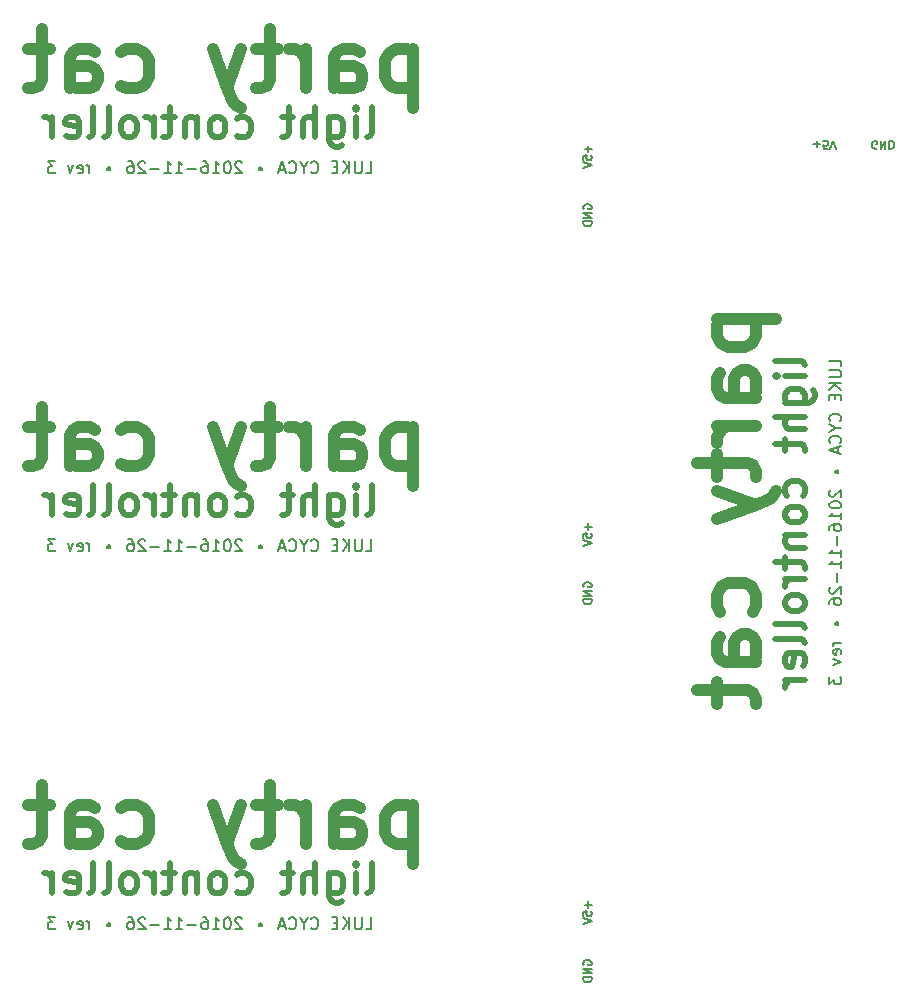
<source format=gbo>
G04 #@! TF.FileFunction,Legend,Bot*
%FSLAX46Y46*%
G04 Gerber Fmt 4.6, Leading zero omitted, Abs format (unit mm)*
G04 Created by KiCad (PCBNEW 4.0.2-stable) date Saturday, November 26, 2016 'pmt' 01:20:35 pm*
%MOMM*%
G01*
G04 APERTURE LIST*
%ADD10C,0.100000*%
%ADD11C,0.150000*%
%ADD12C,1.000000*%
%ADD13C,0.500000*%
%ADD14C,0.200000*%
G04 APERTURE END LIST*
D10*
D11*
X158966667Y-51850000D02*
X158900001Y-51883333D01*
X158800001Y-51883333D01*
X158700001Y-51850000D01*
X158633334Y-51783333D01*
X158600001Y-51716667D01*
X158566667Y-51583333D01*
X158566667Y-51483333D01*
X158600001Y-51350000D01*
X158633334Y-51283333D01*
X158700001Y-51216667D01*
X158800001Y-51183333D01*
X158866667Y-51183333D01*
X158966667Y-51216667D01*
X159000001Y-51250000D01*
X159000001Y-51483333D01*
X158866667Y-51483333D01*
X159300001Y-51183333D02*
X159300001Y-51883333D01*
X159700001Y-51183333D01*
X159700001Y-51883333D01*
X160033334Y-51183333D02*
X160033334Y-51883333D01*
X160200000Y-51883333D01*
X160300000Y-51850000D01*
X160366667Y-51783333D01*
X160400000Y-51716667D01*
X160433334Y-51583333D01*
X160433334Y-51483333D01*
X160400000Y-51350000D01*
X160366667Y-51283333D01*
X160300000Y-51216667D01*
X160200000Y-51183333D01*
X160033334Y-51183333D01*
X153600000Y-51450000D02*
X154133333Y-51450000D01*
X153866666Y-51183333D02*
X153866666Y-51716667D01*
X154800000Y-51883333D02*
X154466667Y-51883333D01*
X154433333Y-51550000D01*
X154466667Y-51583333D01*
X154533333Y-51616667D01*
X154700000Y-51616667D01*
X154766667Y-51583333D01*
X154800000Y-51550000D01*
X154833333Y-51483333D01*
X154833333Y-51316667D01*
X154800000Y-51250000D01*
X154766667Y-51216667D01*
X154700000Y-51183333D01*
X154533333Y-51183333D01*
X154466667Y-51216667D01*
X154433333Y-51250000D01*
X155033334Y-51883333D02*
X155266667Y-51183333D01*
X155500000Y-51883333D01*
D12*
X145428571Y-66297618D02*
X150428571Y-66297618D01*
X145666667Y-66297618D02*
X145428571Y-66773809D01*
X145428571Y-67726190D01*
X145666667Y-68202380D01*
X145904762Y-68440475D01*
X146380952Y-68678571D01*
X147809524Y-68678571D01*
X148285714Y-68440475D01*
X148523810Y-68202380D01*
X148761905Y-67726190D01*
X148761905Y-66773809D01*
X148523810Y-66297618D01*
X148761905Y-72964285D02*
X146142857Y-72964285D01*
X145666667Y-72726190D01*
X145428571Y-72250000D01*
X145428571Y-71297619D01*
X145666667Y-70821428D01*
X148523810Y-72964285D02*
X148761905Y-72488095D01*
X148761905Y-71297619D01*
X148523810Y-70821428D01*
X148047619Y-70583333D01*
X147571429Y-70583333D01*
X147095238Y-70821428D01*
X146857143Y-71297619D01*
X146857143Y-72488095D01*
X146619048Y-72964285D01*
X148761905Y-75345238D02*
X145428571Y-75345238D01*
X146380952Y-75345238D02*
X145904762Y-75583333D01*
X145666667Y-75821429D01*
X145428571Y-76297619D01*
X145428571Y-76773810D01*
X145428571Y-77726190D02*
X145428571Y-79630952D01*
X143761905Y-78440476D02*
X148047619Y-78440476D01*
X148523810Y-78678571D01*
X148761905Y-79154762D01*
X148761905Y-79630952D01*
X145428571Y-80821429D02*
X148761905Y-82011905D01*
X145428571Y-83202381D02*
X148761905Y-82011905D01*
X149952381Y-81535714D01*
X150190476Y-81297619D01*
X150428571Y-80821429D01*
X148523810Y-91059524D02*
X148761905Y-90583334D01*
X148761905Y-89630953D01*
X148523810Y-89154762D01*
X148285714Y-88916667D01*
X147809524Y-88678572D01*
X146380952Y-88678572D01*
X145904762Y-88916667D01*
X145666667Y-89154762D01*
X145428571Y-89630953D01*
X145428571Y-90583334D01*
X145666667Y-91059524D01*
X148761905Y-95345238D02*
X146142857Y-95345238D01*
X145666667Y-95107143D01*
X145428571Y-94630953D01*
X145428571Y-93678572D01*
X145666667Y-93202381D01*
X148523810Y-95345238D02*
X148761905Y-94869048D01*
X148761905Y-93678572D01*
X148523810Y-93202381D01*
X148047619Y-92964286D01*
X147571429Y-92964286D01*
X147095238Y-93202381D01*
X146857143Y-93678572D01*
X146857143Y-94869048D01*
X146619048Y-95345238D01*
X145428571Y-97011905D02*
X145428571Y-98916667D01*
X143761905Y-97726191D02*
X148047619Y-97726191D01*
X148523810Y-97964286D01*
X148761905Y-98440477D01*
X148761905Y-98916667D01*
D13*
X152880952Y-70166667D02*
X152761905Y-69928572D01*
X152523810Y-69809524D01*
X150380952Y-69809524D01*
X152880952Y-71119048D02*
X151214286Y-71119048D01*
X150380952Y-71119048D02*
X150500000Y-71000000D01*
X150619048Y-71119048D01*
X150500000Y-71238096D01*
X150380952Y-71119048D01*
X150619048Y-71119048D01*
X151214286Y-73380953D02*
X153238095Y-73380953D01*
X153476190Y-73261905D01*
X153595238Y-73142857D01*
X153714286Y-72904762D01*
X153714286Y-72547619D01*
X153595238Y-72309524D01*
X152761905Y-73380953D02*
X152880952Y-73142857D01*
X152880952Y-72666667D01*
X152761905Y-72428572D01*
X152642857Y-72309524D01*
X152404762Y-72190476D01*
X151690476Y-72190476D01*
X151452381Y-72309524D01*
X151333333Y-72428572D01*
X151214286Y-72666667D01*
X151214286Y-73142857D01*
X151333333Y-73380953D01*
X152880952Y-74571429D02*
X150380952Y-74571429D01*
X152880952Y-75642858D02*
X151571429Y-75642858D01*
X151333333Y-75523810D01*
X151214286Y-75285715D01*
X151214286Y-74928572D01*
X151333333Y-74690477D01*
X151452381Y-74571429D01*
X151214286Y-76476191D02*
X151214286Y-77428572D01*
X150380952Y-76833334D02*
X152523810Y-76833334D01*
X152761905Y-76952382D01*
X152880952Y-77190477D01*
X152880952Y-77428572D01*
X152761905Y-81238096D02*
X152880952Y-81000000D01*
X152880952Y-80523810D01*
X152761905Y-80285715D01*
X152642857Y-80166667D01*
X152404762Y-80047619D01*
X151690476Y-80047619D01*
X151452381Y-80166667D01*
X151333333Y-80285715D01*
X151214286Y-80523810D01*
X151214286Y-81000000D01*
X151333333Y-81238096D01*
X152880952Y-82666667D02*
X152761905Y-82428572D01*
X152642857Y-82309524D01*
X152404762Y-82190476D01*
X151690476Y-82190476D01*
X151452381Y-82309524D01*
X151333333Y-82428572D01*
X151214286Y-82666667D01*
X151214286Y-83023810D01*
X151333333Y-83261905D01*
X151452381Y-83380953D01*
X151690476Y-83500000D01*
X152404762Y-83500000D01*
X152642857Y-83380953D01*
X152761905Y-83261905D01*
X152880952Y-83023810D01*
X152880952Y-82666667D01*
X151214286Y-84571429D02*
X152880952Y-84571429D01*
X151452381Y-84571429D02*
X151333333Y-84690477D01*
X151214286Y-84928572D01*
X151214286Y-85285715D01*
X151333333Y-85523810D01*
X151571429Y-85642858D01*
X152880952Y-85642858D01*
X151214286Y-86476191D02*
X151214286Y-87428572D01*
X150380952Y-86833334D02*
X152523810Y-86833334D01*
X152761905Y-86952382D01*
X152880952Y-87190477D01*
X152880952Y-87428572D01*
X152880952Y-88261905D02*
X151214286Y-88261905D01*
X151690476Y-88261905D02*
X151452381Y-88380953D01*
X151333333Y-88500000D01*
X151214286Y-88738096D01*
X151214286Y-88976191D01*
X152880952Y-90166667D02*
X152761905Y-89928572D01*
X152642857Y-89809524D01*
X152404762Y-89690476D01*
X151690476Y-89690476D01*
X151452381Y-89809524D01*
X151333333Y-89928572D01*
X151214286Y-90166667D01*
X151214286Y-90523810D01*
X151333333Y-90761905D01*
X151452381Y-90880953D01*
X151690476Y-91000000D01*
X152404762Y-91000000D01*
X152642857Y-90880953D01*
X152761905Y-90761905D01*
X152880952Y-90523810D01*
X152880952Y-90166667D01*
X152880952Y-92428572D02*
X152761905Y-92190477D01*
X152523810Y-92071429D01*
X150380952Y-92071429D01*
X152880952Y-93738096D02*
X152761905Y-93500001D01*
X152523810Y-93380953D01*
X150380952Y-93380953D01*
X152761905Y-95642858D02*
X152880952Y-95404763D01*
X152880952Y-94928572D01*
X152761905Y-94690477D01*
X152523810Y-94571429D01*
X151571429Y-94571429D01*
X151333333Y-94690477D01*
X151214286Y-94928572D01*
X151214286Y-95404763D01*
X151333333Y-95642858D01*
X151571429Y-95761906D01*
X151809524Y-95761906D01*
X152047619Y-94571429D01*
X152880952Y-96833334D02*
X151214286Y-96833334D01*
X151690476Y-96833334D02*
X151452381Y-96952382D01*
X151333333Y-97071429D01*
X151214286Y-97309525D01*
X151214286Y-97547620D01*
D14*
X155952381Y-70309523D02*
X155952381Y-69833332D01*
X154952381Y-69833332D01*
X154952381Y-70642856D02*
X155761905Y-70642856D01*
X155857143Y-70690475D01*
X155904762Y-70738094D01*
X155952381Y-70833332D01*
X155952381Y-71023809D01*
X155904762Y-71119047D01*
X155857143Y-71166666D01*
X155761905Y-71214285D01*
X154952381Y-71214285D01*
X155952381Y-71690475D02*
X154952381Y-71690475D01*
X155952381Y-72261904D02*
X155380952Y-71833332D01*
X154952381Y-72261904D02*
X155523810Y-71690475D01*
X155428571Y-72690475D02*
X155428571Y-73023809D01*
X155952381Y-73166666D02*
X155952381Y-72690475D01*
X154952381Y-72690475D01*
X154952381Y-73166666D01*
X155857143Y-74928571D02*
X155904762Y-74880952D01*
X155952381Y-74738095D01*
X155952381Y-74642857D01*
X155904762Y-74499999D01*
X155809524Y-74404761D01*
X155714286Y-74357142D01*
X155523810Y-74309523D01*
X155380952Y-74309523D01*
X155190476Y-74357142D01*
X155095238Y-74404761D01*
X155000000Y-74499999D01*
X154952381Y-74642857D01*
X154952381Y-74738095D01*
X155000000Y-74880952D01*
X155047619Y-74928571D01*
X155476190Y-75547618D02*
X155952381Y-75547618D01*
X154952381Y-75214285D02*
X155476190Y-75547618D01*
X154952381Y-75880952D01*
X155857143Y-76785714D02*
X155904762Y-76738095D01*
X155952381Y-76595238D01*
X155952381Y-76500000D01*
X155904762Y-76357142D01*
X155809524Y-76261904D01*
X155714286Y-76214285D01*
X155523810Y-76166666D01*
X155380952Y-76166666D01*
X155190476Y-76214285D01*
X155095238Y-76261904D01*
X155000000Y-76357142D01*
X154952381Y-76500000D01*
X154952381Y-76595238D01*
X155000000Y-76738095D01*
X155047619Y-76785714D01*
X155666667Y-77166666D02*
X155666667Y-77642857D01*
X155952381Y-77071428D02*
X154952381Y-77404761D01*
X155952381Y-77738095D01*
X155476190Y-79119048D02*
X155666667Y-79119048D01*
X155666667Y-79166667D02*
X155476190Y-79166667D01*
X155428571Y-79214286D02*
X155714286Y-79214286D01*
X155666667Y-79261905D02*
X155476190Y-79261905D01*
X155476190Y-79309524D02*
X155666667Y-79309524D01*
X155619048Y-79119048D02*
X155714286Y-79214286D01*
X155619048Y-79309524D01*
X155523810Y-79119048D02*
X155428571Y-79214286D01*
X155523810Y-79309524D01*
X155476190Y-79119048D02*
X155428571Y-79214286D01*
X155476190Y-79309524D01*
X155571429Y-79357143D01*
X155666667Y-79309524D01*
X155714286Y-79214286D01*
X155666667Y-79119048D01*
X155571429Y-79071428D01*
X155476190Y-79119048D01*
X155047619Y-80785714D02*
X155000000Y-80833333D01*
X154952381Y-80928571D01*
X154952381Y-81166667D01*
X155000000Y-81261905D01*
X155047619Y-81309524D01*
X155142857Y-81357143D01*
X155238095Y-81357143D01*
X155380952Y-81309524D01*
X155952381Y-80738095D01*
X155952381Y-81357143D01*
X154952381Y-81976190D02*
X154952381Y-82071429D01*
X155000000Y-82166667D01*
X155047619Y-82214286D01*
X155142857Y-82261905D01*
X155333333Y-82309524D01*
X155571429Y-82309524D01*
X155761905Y-82261905D01*
X155857143Y-82214286D01*
X155904762Y-82166667D01*
X155952381Y-82071429D01*
X155952381Y-81976190D01*
X155904762Y-81880952D01*
X155857143Y-81833333D01*
X155761905Y-81785714D01*
X155571429Y-81738095D01*
X155333333Y-81738095D01*
X155142857Y-81785714D01*
X155047619Y-81833333D01*
X155000000Y-81880952D01*
X154952381Y-81976190D01*
X155952381Y-83261905D02*
X155952381Y-82690476D01*
X155952381Y-82976190D02*
X154952381Y-82976190D01*
X155095238Y-82880952D01*
X155190476Y-82785714D01*
X155238095Y-82690476D01*
X154952381Y-84119048D02*
X154952381Y-83928571D01*
X155000000Y-83833333D01*
X155047619Y-83785714D01*
X155190476Y-83690476D01*
X155380952Y-83642857D01*
X155761905Y-83642857D01*
X155857143Y-83690476D01*
X155904762Y-83738095D01*
X155952381Y-83833333D01*
X155952381Y-84023810D01*
X155904762Y-84119048D01*
X155857143Y-84166667D01*
X155761905Y-84214286D01*
X155523810Y-84214286D01*
X155428571Y-84166667D01*
X155380952Y-84119048D01*
X155333333Y-84023810D01*
X155333333Y-83833333D01*
X155380952Y-83738095D01*
X155428571Y-83690476D01*
X155523810Y-83642857D01*
X155571429Y-84642857D02*
X155571429Y-85404762D01*
X155952381Y-86404762D02*
X155952381Y-85833333D01*
X155952381Y-86119047D02*
X154952381Y-86119047D01*
X155095238Y-86023809D01*
X155190476Y-85928571D01*
X155238095Y-85833333D01*
X155952381Y-87357143D02*
X155952381Y-86785714D01*
X155952381Y-87071428D02*
X154952381Y-87071428D01*
X155095238Y-86976190D01*
X155190476Y-86880952D01*
X155238095Y-86785714D01*
X155571429Y-87785714D02*
X155571429Y-88547619D01*
X155047619Y-88976190D02*
X155000000Y-89023809D01*
X154952381Y-89119047D01*
X154952381Y-89357143D01*
X155000000Y-89452381D01*
X155047619Y-89500000D01*
X155142857Y-89547619D01*
X155238095Y-89547619D01*
X155380952Y-89500000D01*
X155952381Y-88928571D01*
X155952381Y-89547619D01*
X154952381Y-90404762D02*
X154952381Y-90214285D01*
X155000000Y-90119047D01*
X155047619Y-90071428D01*
X155190476Y-89976190D01*
X155380952Y-89928571D01*
X155761905Y-89928571D01*
X155857143Y-89976190D01*
X155904762Y-90023809D01*
X155952381Y-90119047D01*
X155952381Y-90309524D01*
X155904762Y-90404762D01*
X155857143Y-90452381D01*
X155761905Y-90500000D01*
X155523810Y-90500000D01*
X155428571Y-90452381D01*
X155380952Y-90404762D01*
X155333333Y-90309524D01*
X155333333Y-90119047D01*
X155380952Y-90023809D01*
X155428571Y-89976190D01*
X155523810Y-89928571D01*
X155476190Y-91976191D02*
X155666667Y-91976191D01*
X155666667Y-92023810D02*
X155476190Y-92023810D01*
X155428571Y-92071429D02*
X155714286Y-92071429D01*
X155666667Y-92119048D02*
X155476190Y-92119048D01*
X155476190Y-92166667D02*
X155666667Y-92166667D01*
X155619048Y-91976191D02*
X155714286Y-92071429D01*
X155619048Y-92166667D01*
X155523810Y-91976191D02*
X155428571Y-92071429D01*
X155523810Y-92166667D01*
X155476190Y-91976191D02*
X155428571Y-92071429D01*
X155476190Y-92166667D01*
X155571429Y-92214286D01*
X155666667Y-92166667D01*
X155714286Y-92071429D01*
X155666667Y-91976191D01*
X155571429Y-91928571D01*
X155476190Y-91976191D01*
X155952381Y-93690476D02*
X155285714Y-93690476D01*
X155476190Y-93690476D02*
X155380952Y-93738095D01*
X155333333Y-93785714D01*
X155285714Y-93880952D01*
X155285714Y-93976191D01*
X155904762Y-94690477D02*
X155952381Y-94595239D01*
X155952381Y-94404762D01*
X155904762Y-94309524D01*
X155809524Y-94261905D01*
X155428571Y-94261905D01*
X155333333Y-94309524D01*
X155285714Y-94404762D01*
X155285714Y-94595239D01*
X155333333Y-94690477D01*
X155428571Y-94738096D01*
X155523810Y-94738096D01*
X155619048Y-94261905D01*
X155285714Y-95071429D02*
X155952381Y-95309524D01*
X155285714Y-95547620D01*
X154952381Y-96595239D02*
X154952381Y-97214287D01*
X155333333Y-96880953D01*
X155333333Y-97023811D01*
X155380952Y-97119049D01*
X155428571Y-97166668D01*
X155523810Y-97214287D01*
X155761905Y-97214287D01*
X155857143Y-97166668D01*
X155904762Y-97119049D01*
X155952381Y-97023811D01*
X155952381Y-96738096D01*
X155904762Y-96642858D01*
X155857143Y-96595239D01*
X115690477Y-117952381D02*
X116166668Y-117952381D01*
X116166668Y-116952381D01*
X115357144Y-116952381D02*
X115357144Y-117761905D01*
X115309525Y-117857143D01*
X115261906Y-117904762D01*
X115166668Y-117952381D01*
X114976191Y-117952381D01*
X114880953Y-117904762D01*
X114833334Y-117857143D01*
X114785715Y-117761905D01*
X114785715Y-116952381D01*
X114309525Y-117952381D02*
X114309525Y-116952381D01*
X113738096Y-117952381D02*
X114166668Y-117380952D01*
X113738096Y-116952381D02*
X114309525Y-117523810D01*
X113309525Y-117428571D02*
X112976191Y-117428571D01*
X112833334Y-117952381D02*
X113309525Y-117952381D01*
X113309525Y-116952381D01*
X112833334Y-116952381D01*
X111071429Y-117857143D02*
X111119048Y-117904762D01*
X111261905Y-117952381D01*
X111357143Y-117952381D01*
X111500001Y-117904762D01*
X111595239Y-117809524D01*
X111642858Y-117714286D01*
X111690477Y-117523810D01*
X111690477Y-117380952D01*
X111642858Y-117190476D01*
X111595239Y-117095238D01*
X111500001Y-117000000D01*
X111357143Y-116952381D01*
X111261905Y-116952381D01*
X111119048Y-117000000D01*
X111071429Y-117047619D01*
X110452382Y-117476190D02*
X110452382Y-117952381D01*
X110785715Y-116952381D02*
X110452382Y-117476190D01*
X110119048Y-116952381D01*
X109214286Y-117857143D02*
X109261905Y-117904762D01*
X109404762Y-117952381D01*
X109500000Y-117952381D01*
X109642858Y-117904762D01*
X109738096Y-117809524D01*
X109785715Y-117714286D01*
X109833334Y-117523810D01*
X109833334Y-117380952D01*
X109785715Y-117190476D01*
X109738096Y-117095238D01*
X109642858Y-117000000D01*
X109500000Y-116952381D01*
X109404762Y-116952381D01*
X109261905Y-117000000D01*
X109214286Y-117047619D01*
X108833334Y-117666667D02*
X108357143Y-117666667D01*
X108928572Y-117952381D02*
X108595239Y-116952381D01*
X108261905Y-117952381D01*
X106880952Y-117476190D02*
X106880952Y-117666667D01*
X106833333Y-117666667D02*
X106833333Y-117476190D01*
X106785714Y-117428571D02*
X106785714Y-117714286D01*
X106738095Y-117666667D02*
X106738095Y-117476190D01*
X106690476Y-117476190D02*
X106690476Y-117666667D01*
X106880952Y-117619048D02*
X106785714Y-117714286D01*
X106690476Y-117619048D01*
X106880952Y-117523810D02*
X106785714Y-117428571D01*
X106690476Y-117523810D01*
X106880952Y-117476190D02*
X106785714Y-117428571D01*
X106690476Y-117476190D01*
X106642857Y-117571429D01*
X106690476Y-117666667D01*
X106785714Y-117714286D01*
X106880952Y-117666667D01*
X106928572Y-117571429D01*
X106880952Y-117476190D01*
X105214286Y-117047619D02*
X105166667Y-117000000D01*
X105071429Y-116952381D01*
X104833333Y-116952381D01*
X104738095Y-117000000D01*
X104690476Y-117047619D01*
X104642857Y-117142857D01*
X104642857Y-117238095D01*
X104690476Y-117380952D01*
X105261905Y-117952381D01*
X104642857Y-117952381D01*
X104023810Y-116952381D02*
X103928571Y-116952381D01*
X103833333Y-117000000D01*
X103785714Y-117047619D01*
X103738095Y-117142857D01*
X103690476Y-117333333D01*
X103690476Y-117571429D01*
X103738095Y-117761905D01*
X103785714Y-117857143D01*
X103833333Y-117904762D01*
X103928571Y-117952381D01*
X104023810Y-117952381D01*
X104119048Y-117904762D01*
X104166667Y-117857143D01*
X104214286Y-117761905D01*
X104261905Y-117571429D01*
X104261905Y-117333333D01*
X104214286Y-117142857D01*
X104166667Y-117047619D01*
X104119048Y-117000000D01*
X104023810Y-116952381D01*
X102738095Y-117952381D02*
X103309524Y-117952381D01*
X103023810Y-117952381D02*
X103023810Y-116952381D01*
X103119048Y-117095238D01*
X103214286Y-117190476D01*
X103309524Y-117238095D01*
X101880952Y-116952381D02*
X102071429Y-116952381D01*
X102166667Y-117000000D01*
X102214286Y-117047619D01*
X102309524Y-117190476D01*
X102357143Y-117380952D01*
X102357143Y-117761905D01*
X102309524Y-117857143D01*
X102261905Y-117904762D01*
X102166667Y-117952381D01*
X101976190Y-117952381D01*
X101880952Y-117904762D01*
X101833333Y-117857143D01*
X101785714Y-117761905D01*
X101785714Y-117523810D01*
X101833333Y-117428571D01*
X101880952Y-117380952D01*
X101976190Y-117333333D01*
X102166667Y-117333333D01*
X102261905Y-117380952D01*
X102309524Y-117428571D01*
X102357143Y-117523810D01*
X101357143Y-117571429D02*
X100595238Y-117571429D01*
X99595238Y-117952381D02*
X100166667Y-117952381D01*
X99880953Y-117952381D02*
X99880953Y-116952381D01*
X99976191Y-117095238D01*
X100071429Y-117190476D01*
X100166667Y-117238095D01*
X98642857Y-117952381D02*
X99214286Y-117952381D01*
X98928572Y-117952381D02*
X98928572Y-116952381D01*
X99023810Y-117095238D01*
X99119048Y-117190476D01*
X99214286Y-117238095D01*
X98214286Y-117571429D02*
X97452381Y-117571429D01*
X97023810Y-117047619D02*
X96976191Y-117000000D01*
X96880953Y-116952381D01*
X96642857Y-116952381D01*
X96547619Y-117000000D01*
X96500000Y-117047619D01*
X96452381Y-117142857D01*
X96452381Y-117238095D01*
X96500000Y-117380952D01*
X97071429Y-117952381D01*
X96452381Y-117952381D01*
X95595238Y-116952381D02*
X95785715Y-116952381D01*
X95880953Y-117000000D01*
X95928572Y-117047619D01*
X96023810Y-117190476D01*
X96071429Y-117380952D01*
X96071429Y-117761905D01*
X96023810Y-117857143D01*
X95976191Y-117904762D01*
X95880953Y-117952381D01*
X95690476Y-117952381D01*
X95595238Y-117904762D01*
X95547619Y-117857143D01*
X95500000Y-117761905D01*
X95500000Y-117523810D01*
X95547619Y-117428571D01*
X95595238Y-117380952D01*
X95690476Y-117333333D01*
X95880953Y-117333333D01*
X95976191Y-117380952D01*
X96023810Y-117428571D01*
X96071429Y-117523810D01*
X94023809Y-117476190D02*
X94023809Y-117666667D01*
X93976190Y-117666667D02*
X93976190Y-117476190D01*
X93928571Y-117428571D02*
X93928571Y-117714286D01*
X93880952Y-117666667D02*
X93880952Y-117476190D01*
X93833333Y-117476190D02*
X93833333Y-117666667D01*
X94023809Y-117619048D02*
X93928571Y-117714286D01*
X93833333Y-117619048D01*
X94023809Y-117523810D02*
X93928571Y-117428571D01*
X93833333Y-117523810D01*
X94023809Y-117476190D02*
X93928571Y-117428571D01*
X93833333Y-117476190D01*
X93785714Y-117571429D01*
X93833333Y-117666667D01*
X93928571Y-117714286D01*
X94023809Y-117666667D01*
X94071429Y-117571429D01*
X94023809Y-117476190D01*
X92309524Y-117952381D02*
X92309524Y-117285714D01*
X92309524Y-117476190D02*
X92261905Y-117380952D01*
X92214286Y-117333333D01*
X92119048Y-117285714D01*
X92023809Y-117285714D01*
X91309523Y-117904762D02*
X91404761Y-117952381D01*
X91595238Y-117952381D01*
X91690476Y-117904762D01*
X91738095Y-117809524D01*
X91738095Y-117428571D01*
X91690476Y-117333333D01*
X91595238Y-117285714D01*
X91404761Y-117285714D01*
X91309523Y-117333333D01*
X91261904Y-117428571D01*
X91261904Y-117523810D01*
X91738095Y-117619048D01*
X90928571Y-117285714D02*
X90690476Y-117952381D01*
X90452380Y-117285714D01*
X89404761Y-116952381D02*
X88785713Y-116952381D01*
X89119047Y-117333333D01*
X88976189Y-117333333D01*
X88880951Y-117380952D01*
X88833332Y-117428571D01*
X88785713Y-117523810D01*
X88785713Y-117761905D01*
X88833332Y-117857143D01*
X88880951Y-117904762D01*
X88976189Y-117952381D01*
X89261904Y-117952381D01*
X89357142Y-117904762D01*
X89404761Y-117857143D01*
D13*
X115833333Y-114880952D02*
X116071428Y-114761905D01*
X116190476Y-114523810D01*
X116190476Y-112380952D01*
X114880952Y-114880952D02*
X114880952Y-113214286D01*
X114880952Y-112380952D02*
X115000000Y-112500000D01*
X114880952Y-112619048D01*
X114761904Y-112500000D01*
X114880952Y-112380952D01*
X114880952Y-112619048D01*
X112619047Y-113214286D02*
X112619047Y-115238095D01*
X112738095Y-115476190D01*
X112857143Y-115595238D01*
X113095238Y-115714286D01*
X113452381Y-115714286D01*
X113690476Y-115595238D01*
X112619047Y-114761905D02*
X112857143Y-114880952D01*
X113333333Y-114880952D01*
X113571428Y-114761905D01*
X113690476Y-114642857D01*
X113809524Y-114404762D01*
X113809524Y-113690476D01*
X113690476Y-113452381D01*
X113571428Y-113333333D01*
X113333333Y-113214286D01*
X112857143Y-113214286D01*
X112619047Y-113333333D01*
X111428571Y-114880952D02*
X111428571Y-112380952D01*
X110357142Y-114880952D02*
X110357142Y-113571429D01*
X110476190Y-113333333D01*
X110714285Y-113214286D01*
X111071428Y-113214286D01*
X111309523Y-113333333D01*
X111428571Y-113452381D01*
X109523809Y-113214286D02*
X108571428Y-113214286D01*
X109166666Y-112380952D02*
X109166666Y-114523810D01*
X109047618Y-114761905D01*
X108809523Y-114880952D01*
X108571428Y-114880952D01*
X104761904Y-114761905D02*
X105000000Y-114880952D01*
X105476190Y-114880952D01*
X105714285Y-114761905D01*
X105833333Y-114642857D01*
X105952381Y-114404762D01*
X105952381Y-113690476D01*
X105833333Y-113452381D01*
X105714285Y-113333333D01*
X105476190Y-113214286D01*
X105000000Y-113214286D01*
X104761904Y-113333333D01*
X103333333Y-114880952D02*
X103571428Y-114761905D01*
X103690476Y-114642857D01*
X103809524Y-114404762D01*
X103809524Y-113690476D01*
X103690476Y-113452381D01*
X103571428Y-113333333D01*
X103333333Y-113214286D01*
X102976190Y-113214286D01*
X102738095Y-113333333D01*
X102619047Y-113452381D01*
X102500000Y-113690476D01*
X102500000Y-114404762D01*
X102619047Y-114642857D01*
X102738095Y-114761905D01*
X102976190Y-114880952D01*
X103333333Y-114880952D01*
X101428571Y-113214286D02*
X101428571Y-114880952D01*
X101428571Y-113452381D02*
X101309523Y-113333333D01*
X101071428Y-113214286D01*
X100714285Y-113214286D01*
X100476190Y-113333333D01*
X100357142Y-113571429D01*
X100357142Y-114880952D01*
X99523809Y-113214286D02*
X98571428Y-113214286D01*
X99166666Y-112380952D02*
X99166666Y-114523810D01*
X99047618Y-114761905D01*
X98809523Y-114880952D01*
X98571428Y-114880952D01*
X97738095Y-114880952D02*
X97738095Y-113214286D01*
X97738095Y-113690476D02*
X97619047Y-113452381D01*
X97500000Y-113333333D01*
X97261904Y-113214286D01*
X97023809Y-113214286D01*
X95833333Y-114880952D02*
X96071428Y-114761905D01*
X96190476Y-114642857D01*
X96309524Y-114404762D01*
X96309524Y-113690476D01*
X96190476Y-113452381D01*
X96071428Y-113333333D01*
X95833333Y-113214286D01*
X95476190Y-113214286D01*
X95238095Y-113333333D01*
X95119047Y-113452381D01*
X95000000Y-113690476D01*
X95000000Y-114404762D01*
X95119047Y-114642857D01*
X95238095Y-114761905D01*
X95476190Y-114880952D01*
X95833333Y-114880952D01*
X93571428Y-114880952D02*
X93809523Y-114761905D01*
X93928571Y-114523810D01*
X93928571Y-112380952D01*
X92261904Y-114880952D02*
X92499999Y-114761905D01*
X92619047Y-114523810D01*
X92619047Y-112380952D01*
X90357142Y-114761905D02*
X90595237Y-114880952D01*
X91071428Y-114880952D01*
X91309523Y-114761905D01*
X91428571Y-114523810D01*
X91428571Y-113571429D01*
X91309523Y-113333333D01*
X91071428Y-113214286D01*
X90595237Y-113214286D01*
X90357142Y-113333333D01*
X90238094Y-113571429D01*
X90238094Y-113809524D01*
X91428571Y-114047619D01*
X89166666Y-114880952D02*
X89166666Y-113214286D01*
X89166666Y-113690476D02*
X89047618Y-113452381D01*
X88928571Y-113333333D01*
X88690475Y-113214286D01*
X88452380Y-113214286D01*
D12*
X119702382Y-107428571D02*
X119702382Y-112428571D01*
X119702382Y-107666667D02*
X119226191Y-107428571D01*
X118273810Y-107428571D01*
X117797620Y-107666667D01*
X117559525Y-107904762D01*
X117321429Y-108380952D01*
X117321429Y-109809524D01*
X117559525Y-110285714D01*
X117797620Y-110523810D01*
X118273810Y-110761905D01*
X119226191Y-110761905D01*
X119702382Y-110523810D01*
X113035715Y-110761905D02*
X113035715Y-108142857D01*
X113273810Y-107666667D01*
X113750000Y-107428571D01*
X114702381Y-107428571D01*
X115178572Y-107666667D01*
X113035715Y-110523810D02*
X113511905Y-110761905D01*
X114702381Y-110761905D01*
X115178572Y-110523810D01*
X115416667Y-110047619D01*
X115416667Y-109571429D01*
X115178572Y-109095238D01*
X114702381Y-108857143D01*
X113511905Y-108857143D01*
X113035715Y-108619048D01*
X110654762Y-110761905D02*
X110654762Y-107428571D01*
X110654762Y-108380952D02*
X110416667Y-107904762D01*
X110178571Y-107666667D01*
X109702381Y-107428571D01*
X109226190Y-107428571D01*
X108273810Y-107428571D02*
X106369048Y-107428571D01*
X107559524Y-105761905D02*
X107559524Y-110047619D01*
X107321429Y-110523810D01*
X106845238Y-110761905D01*
X106369048Y-110761905D01*
X105178571Y-107428571D02*
X103988095Y-110761905D01*
X102797619Y-107428571D02*
X103988095Y-110761905D01*
X104464286Y-111952381D01*
X104702381Y-112190476D01*
X105178571Y-112428571D01*
X94940476Y-110523810D02*
X95416666Y-110761905D01*
X96369047Y-110761905D01*
X96845238Y-110523810D01*
X97083333Y-110285714D01*
X97321428Y-109809524D01*
X97321428Y-108380952D01*
X97083333Y-107904762D01*
X96845238Y-107666667D01*
X96369047Y-107428571D01*
X95416666Y-107428571D01*
X94940476Y-107666667D01*
X90654762Y-110761905D02*
X90654762Y-108142857D01*
X90892857Y-107666667D01*
X91369047Y-107428571D01*
X92321428Y-107428571D01*
X92797619Y-107666667D01*
X90654762Y-110523810D02*
X91130952Y-110761905D01*
X92321428Y-110761905D01*
X92797619Y-110523810D01*
X93035714Y-110047619D01*
X93035714Y-109571429D01*
X92797619Y-109095238D01*
X92321428Y-108857143D01*
X91130952Y-108857143D01*
X90654762Y-108619048D01*
X88988095Y-107428571D02*
X87083333Y-107428571D01*
X88273809Y-105761905D02*
X88273809Y-110047619D01*
X88035714Y-110523810D01*
X87559523Y-110761905D01*
X87083333Y-110761905D01*
D11*
X134550000Y-115600000D02*
X134550000Y-116133333D01*
X134816667Y-115866666D02*
X134283333Y-115866666D01*
X134116667Y-116800000D02*
X134116667Y-116466667D01*
X134450000Y-116433333D01*
X134416667Y-116466667D01*
X134383333Y-116533333D01*
X134383333Y-116700000D01*
X134416667Y-116766667D01*
X134450000Y-116800000D01*
X134516667Y-116833333D01*
X134683333Y-116833333D01*
X134750000Y-116800000D01*
X134783333Y-116766667D01*
X134816667Y-116700000D01*
X134816667Y-116533333D01*
X134783333Y-116466667D01*
X134750000Y-116433333D01*
X134116667Y-117033334D02*
X134816667Y-117266667D01*
X134116667Y-117500000D01*
X134150000Y-120966667D02*
X134116667Y-120900001D01*
X134116667Y-120800001D01*
X134150000Y-120700001D01*
X134216667Y-120633334D01*
X134283333Y-120600001D01*
X134416667Y-120566667D01*
X134516667Y-120566667D01*
X134650000Y-120600001D01*
X134716667Y-120633334D01*
X134783333Y-120700001D01*
X134816667Y-120800001D01*
X134816667Y-120866667D01*
X134783333Y-120966667D01*
X134750000Y-121000001D01*
X134516667Y-121000001D01*
X134516667Y-120866667D01*
X134816667Y-121300001D02*
X134116667Y-121300001D01*
X134816667Y-121700001D01*
X134116667Y-121700001D01*
X134816667Y-122033334D02*
X134116667Y-122033334D01*
X134116667Y-122200000D01*
X134150000Y-122300000D01*
X134216667Y-122366667D01*
X134283333Y-122400000D01*
X134416667Y-122433334D01*
X134516667Y-122433334D01*
X134650000Y-122400000D01*
X134716667Y-122366667D01*
X134783333Y-122300000D01*
X134816667Y-122200000D01*
X134816667Y-122033334D01*
X134150000Y-88966667D02*
X134116667Y-88900001D01*
X134116667Y-88800001D01*
X134150000Y-88700001D01*
X134216667Y-88633334D01*
X134283333Y-88600001D01*
X134416667Y-88566667D01*
X134516667Y-88566667D01*
X134650000Y-88600001D01*
X134716667Y-88633334D01*
X134783333Y-88700001D01*
X134816667Y-88800001D01*
X134816667Y-88866667D01*
X134783333Y-88966667D01*
X134750000Y-89000001D01*
X134516667Y-89000001D01*
X134516667Y-88866667D01*
X134816667Y-89300001D02*
X134116667Y-89300001D01*
X134816667Y-89700001D01*
X134116667Y-89700001D01*
X134816667Y-90033334D02*
X134116667Y-90033334D01*
X134116667Y-90200000D01*
X134150000Y-90300000D01*
X134216667Y-90366667D01*
X134283333Y-90400000D01*
X134416667Y-90433334D01*
X134516667Y-90433334D01*
X134650000Y-90400000D01*
X134716667Y-90366667D01*
X134783333Y-90300000D01*
X134816667Y-90200000D01*
X134816667Y-90033334D01*
X134550000Y-83600000D02*
X134550000Y-84133333D01*
X134816667Y-83866666D02*
X134283333Y-83866666D01*
X134116667Y-84800000D02*
X134116667Y-84466667D01*
X134450000Y-84433333D01*
X134416667Y-84466667D01*
X134383333Y-84533333D01*
X134383333Y-84700000D01*
X134416667Y-84766667D01*
X134450000Y-84800000D01*
X134516667Y-84833333D01*
X134683333Y-84833333D01*
X134750000Y-84800000D01*
X134783333Y-84766667D01*
X134816667Y-84700000D01*
X134816667Y-84533333D01*
X134783333Y-84466667D01*
X134750000Y-84433333D01*
X134116667Y-85033334D02*
X134816667Y-85266667D01*
X134116667Y-85500000D01*
D12*
X119702382Y-75428571D02*
X119702382Y-80428571D01*
X119702382Y-75666667D02*
X119226191Y-75428571D01*
X118273810Y-75428571D01*
X117797620Y-75666667D01*
X117559525Y-75904762D01*
X117321429Y-76380952D01*
X117321429Y-77809524D01*
X117559525Y-78285714D01*
X117797620Y-78523810D01*
X118273810Y-78761905D01*
X119226191Y-78761905D01*
X119702382Y-78523810D01*
X113035715Y-78761905D02*
X113035715Y-76142857D01*
X113273810Y-75666667D01*
X113750000Y-75428571D01*
X114702381Y-75428571D01*
X115178572Y-75666667D01*
X113035715Y-78523810D02*
X113511905Y-78761905D01*
X114702381Y-78761905D01*
X115178572Y-78523810D01*
X115416667Y-78047619D01*
X115416667Y-77571429D01*
X115178572Y-77095238D01*
X114702381Y-76857143D01*
X113511905Y-76857143D01*
X113035715Y-76619048D01*
X110654762Y-78761905D02*
X110654762Y-75428571D01*
X110654762Y-76380952D02*
X110416667Y-75904762D01*
X110178571Y-75666667D01*
X109702381Y-75428571D01*
X109226190Y-75428571D01*
X108273810Y-75428571D02*
X106369048Y-75428571D01*
X107559524Y-73761905D02*
X107559524Y-78047619D01*
X107321429Y-78523810D01*
X106845238Y-78761905D01*
X106369048Y-78761905D01*
X105178571Y-75428571D02*
X103988095Y-78761905D01*
X102797619Y-75428571D02*
X103988095Y-78761905D01*
X104464286Y-79952381D01*
X104702381Y-80190476D01*
X105178571Y-80428571D01*
X94940476Y-78523810D02*
X95416666Y-78761905D01*
X96369047Y-78761905D01*
X96845238Y-78523810D01*
X97083333Y-78285714D01*
X97321428Y-77809524D01*
X97321428Y-76380952D01*
X97083333Y-75904762D01*
X96845238Y-75666667D01*
X96369047Y-75428571D01*
X95416666Y-75428571D01*
X94940476Y-75666667D01*
X90654762Y-78761905D02*
X90654762Y-76142857D01*
X90892857Y-75666667D01*
X91369047Y-75428571D01*
X92321428Y-75428571D01*
X92797619Y-75666667D01*
X90654762Y-78523810D02*
X91130952Y-78761905D01*
X92321428Y-78761905D01*
X92797619Y-78523810D01*
X93035714Y-78047619D01*
X93035714Y-77571429D01*
X92797619Y-77095238D01*
X92321428Y-76857143D01*
X91130952Y-76857143D01*
X90654762Y-76619048D01*
X88988095Y-75428571D02*
X87083333Y-75428571D01*
X88273809Y-73761905D02*
X88273809Y-78047619D01*
X88035714Y-78523810D01*
X87559523Y-78761905D01*
X87083333Y-78761905D01*
D13*
X115833333Y-82880952D02*
X116071428Y-82761905D01*
X116190476Y-82523810D01*
X116190476Y-80380952D01*
X114880952Y-82880952D02*
X114880952Y-81214286D01*
X114880952Y-80380952D02*
X115000000Y-80500000D01*
X114880952Y-80619048D01*
X114761904Y-80500000D01*
X114880952Y-80380952D01*
X114880952Y-80619048D01*
X112619047Y-81214286D02*
X112619047Y-83238095D01*
X112738095Y-83476190D01*
X112857143Y-83595238D01*
X113095238Y-83714286D01*
X113452381Y-83714286D01*
X113690476Y-83595238D01*
X112619047Y-82761905D02*
X112857143Y-82880952D01*
X113333333Y-82880952D01*
X113571428Y-82761905D01*
X113690476Y-82642857D01*
X113809524Y-82404762D01*
X113809524Y-81690476D01*
X113690476Y-81452381D01*
X113571428Y-81333333D01*
X113333333Y-81214286D01*
X112857143Y-81214286D01*
X112619047Y-81333333D01*
X111428571Y-82880952D02*
X111428571Y-80380952D01*
X110357142Y-82880952D02*
X110357142Y-81571429D01*
X110476190Y-81333333D01*
X110714285Y-81214286D01*
X111071428Y-81214286D01*
X111309523Y-81333333D01*
X111428571Y-81452381D01*
X109523809Y-81214286D02*
X108571428Y-81214286D01*
X109166666Y-80380952D02*
X109166666Y-82523810D01*
X109047618Y-82761905D01*
X108809523Y-82880952D01*
X108571428Y-82880952D01*
X104761904Y-82761905D02*
X105000000Y-82880952D01*
X105476190Y-82880952D01*
X105714285Y-82761905D01*
X105833333Y-82642857D01*
X105952381Y-82404762D01*
X105952381Y-81690476D01*
X105833333Y-81452381D01*
X105714285Y-81333333D01*
X105476190Y-81214286D01*
X105000000Y-81214286D01*
X104761904Y-81333333D01*
X103333333Y-82880952D02*
X103571428Y-82761905D01*
X103690476Y-82642857D01*
X103809524Y-82404762D01*
X103809524Y-81690476D01*
X103690476Y-81452381D01*
X103571428Y-81333333D01*
X103333333Y-81214286D01*
X102976190Y-81214286D01*
X102738095Y-81333333D01*
X102619047Y-81452381D01*
X102500000Y-81690476D01*
X102500000Y-82404762D01*
X102619047Y-82642857D01*
X102738095Y-82761905D01*
X102976190Y-82880952D01*
X103333333Y-82880952D01*
X101428571Y-81214286D02*
X101428571Y-82880952D01*
X101428571Y-81452381D02*
X101309523Y-81333333D01*
X101071428Y-81214286D01*
X100714285Y-81214286D01*
X100476190Y-81333333D01*
X100357142Y-81571429D01*
X100357142Y-82880952D01*
X99523809Y-81214286D02*
X98571428Y-81214286D01*
X99166666Y-80380952D02*
X99166666Y-82523810D01*
X99047618Y-82761905D01*
X98809523Y-82880952D01*
X98571428Y-82880952D01*
X97738095Y-82880952D02*
X97738095Y-81214286D01*
X97738095Y-81690476D02*
X97619047Y-81452381D01*
X97500000Y-81333333D01*
X97261904Y-81214286D01*
X97023809Y-81214286D01*
X95833333Y-82880952D02*
X96071428Y-82761905D01*
X96190476Y-82642857D01*
X96309524Y-82404762D01*
X96309524Y-81690476D01*
X96190476Y-81452381D01*
X96071428Y-81333333D01*
X95833333Y-81214286D01*
X95476190Y-81214286D01*
X95238095Y-81333333D01*
X95119047Y-81452381D01*
X95000000Y-81690476D01*
X95000000Y-82404762D01*
X95119047Y-82642857D01*
X95238095Y-82761905D01*
X95476190Y-82880952D01*
X95833333Y-82880952D01*
X93571428Y-82880952D02*
X93809523Y-82761905D01*
X93928571Y-82523810D01*
X93928571Y-80380952D01*
X92261904Y-82880952D02*
X92499999Y-82761905D01*
X92619047Y-82523810D01*
X92619047Y-80380952D01*
X90357142Y-82761905D02*
X90595237Y-82880952D01*
X91071428Y-82880952D01*
X91309523Y-82761905D01*
X91428571Y-82523810D01*
X91428571Y-81571429D01*
X91309523Y-81333333D01*
X91071428Y-81214286D01*
X90595237Y-81214286D01*
X90357142Y-81333333D01*
X90238094Y-81571429D01*
X90238094Y-81809524D01*
X91428571Y-82047619D01*
X89166666Y-82880952D02*
X89166666Y-81214286D01*
X89166666Y-81690476D02*
X89047618Y-81452381D01*
X88928571Y-81333333D01*
X88690475Y-81214286D01*
X88452380Y-81214286D01*
D14*
X115690477Y-85952381D02*
X116166668Y-85952381D01*
X116166668Y-84952381D01*
X115357144Y-84952381D02*
X115357144Y-85761905D01*
X115309525Y-85857143D01*
X115261906Y-85904762D01*
X115166668Y-85952381D01*
X114976191Y-85952381D01*
X114880953Y-85904762D01*
X114833334Y-85857143D01*
X114785715Y-85761905D01*
X114785715Y-84952381D01*
X114309525Y-85952381D02*
X114309525Y-84952381D01*
X113738096Y-85952381D02*
X114166668Y-85380952D01*
X113738096Y-84952381D02*
X114309525Y-85523810D01*
X113309525Y-85428571D02*
X112976191Y-85428571D01*
X112833334Y-85952381D02*
X113309525Y-85952381D01*
X113309525Y-84952381D01*
X112833334Y-84952381D01*
X111071429Y-85857143D02*
X111119048Y-85904762D01*
X111261905Y-85952381D01*
X111357143Y-85952381D01*
X111500001Y-85904762D01*
X111595239Y-85809524D01*
X111642858Y-85714286D01*
X111690477Y-85523810D01*
X111690477Y-85380952D01*
X111642858Y-85190476D01*
X111595239Y-85095238D01*
X111500001Y-85000000D01*
X111357143Y-84952381D01*
X111261905Y-84952381D01*
X111119048Y-85000000D01*
X111071429Y-85047619D01*
X110452382Y-85476190D02*
X110452382Y-85952381D01*
X110785715Y-84952381D02*
X110452382Y-85476190D01*
X110119048Y-84952381D01*
X109214286Y-85857143D02*
X109261905Y-85904762D01*
X109404762Y-85952381D01*
X109500000Y-85952381D01*
X109642858Y-85904762D01*
X109738096Y-85809524D01*
X109785715Y-85714286D01*
X109833334Y-85523810D01*
X109833334Y-85380952D01*
X109785715Y-85190476D01*
X109738096Y-85095238D01*
X109642858Y-85000000D01*
X109500000Y-84952381D01*
X109404762Y-84952381D01*
X109261905Y-85000000D01*
X109214286Y-85047619D01*
X108833334Y-85666667D02*
X108357143Y-85666667D01*
X108928572Y-85952381D02*
X108595239Y-84952381D01*
X108261905Y-85952381D01*
X106880952Y-85476190D02*
X106880952Y-85666667D01*
X106833333Y-85666667D02*
X106833333Y-85476190D01*
X106785714Y-85428571D02*
X106785714Y-85714286D01*
X106738095Y-85666667D02*
X106738095Y-85476190D01*
X106690476Y-85476190D02*
X106690476Y-85666667D01*
X106880952Y-85619048D02*
X106785714Y-85714286D01*
X106690476Y-85619048D01*
X106880952Y-85523810D02*
X106785714Y-85428571D01*
X106690476Y-85523810D01*
X106880952Y-85476190D02*
X106785714Y-85428571D01*
X106690476Y-85476190D01*
X106642857Y-85571429D01*
X106690476Y-85666667D01*
X106785714Y-85714286D01*
X106880952Y-85666667D01*
X106928572Y-85571429D01*
X106880952Y-85476190D01*
X105214286Y-85047619D02*
X105166667Y-85000000D01*
X105071429Y-84952381D01*
X104833333Y-84952381D01*
X104738095Y-85000000D01*
X104690476Y-85047619D01*
X104642857Y-85142857D01*
X104642857Y-85238095D01*
X104690476Y-85380952D01*
X105261905Y-85952381D01*
X104642857Y-85952381D01*
X104023810Y-84952381D02*
X103928571Y-84952381D01*
X103833333Y-85000000D01*
X103785714Y-85047619D01*
X103738095Y-85142857D01*
X103690476Y-85333333D01*
X103690476Y-85571429D01*
X103738095Y-85761905D01*
X103785714Y-85857143D01*
X103833333Y-85904762D01*
X103928571Y-85952381D01*
X104023810Y-85952381D01*
X104119048Y-85904762D01*
X104166667Y-85857143D01*
X104214286Y-85761905D01*
X104261905Y-85571429D01*
X104261905Y-85333333D01*
X104214286Y-85142857D01*
X104166667Y-85047619D01*
X104119048Y-85000000D01*
X104023810Y-84952381D01*
X102738095Y-85952381D02*
X103309524Y-85952381D01*
X103023810Y-85952381D02*
X103023810Y-84952381D01*
X103119048Y-85095238D01*
X103214286Y-85190476D01*
X103309524Y-85238095D01*
X101880952Y-84952381D02*
X102071429Y-84952381D01*
X102166667Y-85000000D01*
X102214286Y-85047619D01*
X102309524Y-85190476D01*
X102357143Y-85380952D01*
X102357143Y-85761905D01*
X102309524Y-85857143D01*
X102261905Y-85904762D01*
X102166667Y-85952381D01*
X101976190Y-85952381D01*
X101880952Y-85904762D01*
X101833333Y-85857143D01*
X101785714Y-85761905D01*
X101785714Y-85523810D01*
X101833333Y-85428571D01*
X101880952Y-85380952D01*
X101976190Y-85333333D01*
X102166667Y-85333333D01*
X102261905Y-85380952D01*
X102309524Y-85428571D01*
X102357143Y-85523810D01*
X101357143Y-85571429D02*
X100595238Y-85571429D01*
X99595238Y-85952381D02*
X100166667Y-85952381D01*
X99880953Y-85952381D02*
X99880953Y-84952381D01*
X99976191Y-85095238D01*
X100071429Y-85190476D01*
X100166667Y-85238095D01*
X98642857Y-85952381D02*
X99214286Y-85952381D01*
X98928572Y-85952381D02*
X98928572Y-84952381D01*
X99023810Y-85095238D01*
X99119048Y-85190476D01*
X99214286Y-85238095D01*
X98214286Y-85571429D02*
X97452381Y-85571429D01*
X97023810Y-85047619D02*
X96976191Y-85000000D01*
X96880953Y-84952381D01*
X96642857Y-84952381D01*
X96547619Y-85000000D01*
X96500000Y-85047619D01*
X96452381Y-85142857D01*
X96452381Y-85238095D01*
X96500000Y-85380952D01*
X97071429Y-85952381D01*
X96452381Y-85952381D01*
X95595238Y-84952381D02*
X95785715Y-84952381D01*
X95880953Y-85000000D01*
X95928572Y-85047619D01*
X96023810Y-85190476D01*
X96071429Y-85380952D01*
X96071429Y-85761905D01*
X96023810Y-85857143D01*
X95976191Y-85904762D01*
X95880953Y-85952381D01*
X95690476Y-85952381D01*
X95595238Y-85904762D01*
X95547619Y-85857143D01*
X95500000Y-85761905D01*
X95500000Y-85523810D01*
X95547619Y-85428571D01*
X95595238Y-85380952D01*
X95690476Y-85333333D01*
X95880953Y-85333333D01*
X95976191Y-85380952D01*
X96023810Y-85428571D01*
X96071429Y-85523810D01*
X94023809Y-85476190D02*
X94023809Y-85666667D01*
X93976190Y-85666667D02*
X93976190Y-85476190D01*
X93928571Y-85428571D02*
X93928571Y-85714286D01*
X93880952Y-85666667D02*
X93880952Y-85476190D01*
X93833333Y-85476190D02*
X93833333Y-85666667D01*
X94023809Y-85619048D02*
X93928571Y-85714286D01*
X93833333Y-85619048D01*
X94023809Y-85523810D02*
X93928571Y-85428571D01*
X93833333Y-85523810D01*
X94023809Y-85476190D02*
X93928571Y-85428571D01*
X93833333Y-85476190D01*
X93785714Y-85571429D01*
X93833333Y-85666667D01*
X93928571Y-85714286D01*
X94023809Y-85666667D01*
X94071429Y-85571429D01*
X94023809Y-85476190D01*
X92309524Y-85952381D02*
X92309524Y-85285714D01*
X92309524Y-85476190D02*
X92261905Y-85380952D01*
X92214286Y-85333333D01*
X92119048Y-85285714D01*
X92023809Y-85285714D01*
X91309523Y-85904762D02*
X91404761Y-85952381D01*
X91595238Y-85952381D01*
X91690476Y-85904762D01*
X91738095Y-85809524D01*
X91738095Y-85428571D01*
X91690476Y-85333333D01*
X91595238Y-85285714D01*
X91404761Y-85285714D01*
X91309523Y-85333333D01*
X91261904Y-85428571D01*
X91261904Y-85523810D01*
X91738095Y-85619048D01*
X90928571Y-85285714D02*
X90690476Y-85952381D01*
X90452380Y-85285714D01*
X89404761Y-84952381D02*
X88785713Y-84952381D01*
X89119047Y-85333333D01*
X88976189Y-85333333D01*
X88880951Y-85380952D01*
X88833332Y-85428571D01*
X88785713Y-85523810D01*
X88785713Y-85761905D01*
X88833332Y-85857143D01*
X88880951Y-85904762D01*
X88976189Y-85952381D01*
X89261904Y-85952381D01*
X89357142Y-85904762D01*
X89404761Y-85857143D01*
X115690477Y-53952381D02*
X116166668Y-53952381D01*
X116166668Y-52952381D01*
X115357144Y-52952381D02*
X115357144Y-53761905D01*
X115309525Y-53857143D01*
X115261906Y-53904762D01*
X115166668Y-53952381D01*
X114976191Y-53952381D01*
X114880953Y-53904762D01*
X114833334Y-53857143D01*
X114785715Y-53761905D01*
X114785715Y-52952381D01*
X114309525Y-53952381D02*
X114309525Y-52952381D01*
X113738096Y-53952381D02*
X114166668Y-53380952D01*
X113738096Y-52952381D02*
X114309525Y-53523810D01*
X113309525Y-53428571D02*
X112976191Y-53428571D01*
X112833334Y-53952381D02*
X113309525Y-53952381D01*
X113309525Y-52952381D01*
X112833334Y-52952381D01*
X111071429Y-53857143D02*
X111119048Y-53904762D01*
X111261905Y-53952381D01*
X111357143Y-53952381D01*
X111500001Y-53904762D01*
X111595239Y-53809524D01*
X111642858Y-53714286D01*
X111690477Y-53523810D01*
X111690477Y-53380952D01*
X111642858Y-53190476D01*
X111595239Y-53095238D01*
X111500001Y-53000000D01*
X111357143Y-52952381D01*
X111261905Y-52952381D01*
X111119048Y-53000000D01*
X111071429Y-53047619D01*
X110452382Y-53476190D02*
X110452382Y-53952381D01*
X110785715Y-52952381D02*
X110452382Y-53476190D01*
X110119048Y-52952381D01*
X109214286Y-53857143D02*
X109261905Y-53904762D01*
X109404762Y-53952381D01*
X109500000Y-53952381D01*
X109642858Y-53904762D01*
X109738096Y-53809524D01*
X109785715Y-53714286D01*
X109833334Y-53523810D01*
X109833334Y-53380952D01*
X109785715Y-53190476D01*
X109738096Y-53095238D01*
X109642858Y-53000000D01*
X109500000Y-52952381D01*
X109404762Y-52952381D01*
X109261905Y-53000000D01*
X109214286Y-53047619D01*
X108833334Y-53666667D02*
X108357143Y-53666667D01*
X108928572Y-53952381D02*
X108595239Y-52952381D01*
X108261905Y-53952381D01*
X106880952Y-53476190D02*
X106880952Y-53666667D01*
X106833333Y-53666667D02*
X106833333Y-53476190D01*
X106785714Y-53428571D02*
X106785714Y-53714286D01*
X106738095Y-53666667D02*
X106738095Y-53476190D01*
X106690476Y-53476190D02*
X106690476Y-53666667D01*
X106880952Y-53619048D02*
X106785714Y-53714286D01*
X106690476Y-53619048D01*
X106880952Y-53523810D02*
X106785714Y-53428571D01*
X106690476Y-53523810D01*
X106880952Y-53476190D02*
X106785714Y-53428571D01*
X106690476Y-53476190D01*
X106642857Y-53571429D01*
X106690476Y-53666667D01*
X106785714Y-53714286D01*
X106880952Y-53666667D01*
X106928572Y-53571429D01*
X106880952Y-53476190D01*
X105214286Y-53047619D02*
X105166667Y-53000000D01*
X105071429Y-52952381D01*
X104833333Y-52952381D01*
X104738095Y-53000000D01*
X104690476Y-53047619D01*
X104642857Y-53142857D01*
X104642857Y-53238095D01*
X104690476Y-53380952D01*
X105261905Y-53952381D01*
X104642857Y-53952381D01*
X104023810Y-52952381D02*
X103928571Y-52952381D01*
X103833333Y-53000000D01*
X103785714Y-53047619D01*
X103738095Y-53142857D01*
X103690476Y-53333333D01*
X103690476Y-53571429D01*
X103738095Y-53761905D01*
X103785714Y-53857143D01*
X103833333Y-53904762D01*
X103928571Y-53952381D01*
X104023810Y-53952381D01*
X104119048Y-53904762D01*
X104166667Y-53857143D01*
X104214286Y-53761905D01*
X104261905Y-53571429D01*
X104261905Y-53333333D01*
X104214286Y-53142857D01*
X104166667Y-53047619D01*
X104119048Y-53000000D01*
X104023810Y-52952381D01*
X102738095Y-53952381D02*
X103309524Y-53952381D01*
X103023810Y-53952381D02*
X103023810Y-52952381D01*
X103119048Y-53095238D01*
X103214286Y-53190476D01*
X103309524Y-53238095D01*
X101880952Y-52952381D02*
X102071429Y-52952381D01*
X102166667Y-53000000D01*
X102214286Y-53047619D01*
X102309524Y-53190476D01*
X102357143Y-53380952D01*
X102357143Y-53761905D01*
X102309524Y-53857143D01*
X102261905Y-53904762D01*
X102166667Y-53952381D01*
X101976190Y-53952381D01*
X101880952Y-53904762D01*
X101833333Y-53857143D01*
X101785714Y-53761905D01*
X101785714Y-53523810D01*
X101833333Y-53428571D01*
X101880952Y-53380952D01*
X101976190Y-53333333D01*
X102166667Y-53333333D01*
X102261905Y-53380952D01*
X102309524Y-53428571D01*
X102357143Y-53523810D01*
X101357143Y-53571429D02*
X100595238Y-53571429D01*
X99595238Y-53952381D02*
X100166667Y-53952381D01*
X99880953Y-53952381D02*
X99880953Y-52952381D01*
X99976191Y-53095238D01*
X100071429Y-53190476D01*
X100166667Y-53238095D01*
X98642857Y-53952381D02*
X99214286Y-53952381D01*
X98928572Y-53952381D02*
X98928572Y-52952381D01*
X99023810Y-53095238D01*
X99119048Y-53190476D01*
X99214286Y-53238095D01*
X98214286Y-53571429D02*
X97452381Y-53571429D01*
X97023810Y-53047619D02*
X96976191Y-53000000D01*
X96880953Y-52952381D01*
X96642857Y-52952381D01*
X96547619Y-53000000D01*
X96500000Y-53047619D01*
X96452381Y-53142857D01*
X96452381Y-53238095D01*
X96500000Y-53380952D01*
X97071429Y-53952381D01*
X96452381Y-53952381D01*
X95595238Y-52952381D02*
X95785715Y-52952381D01*
X95880953Y-53000000D01*
X95928572Y-53047619D01*
X96023810Y-53190476D01*
X96071429Y-53380952D01*
X96071429Y-53761905D01*
X96023810Y-53857143D01*
X95976191Y-53904762D01*
X95880953Y-53952381D01*
X95690476Y-53952381D01*
X95595238Y-53904762D01*
X95547619Y-53857143D01*
X95500000Y-53761905D01*
X95500000Y-53523810D01*
X95547619Y-53428571D01*
X95595238Y-53380952D01*
X95690476Y-53333333D01*
X95880953Y-53333333D01*
X95976191Y-53380952D01*
X96023810Y-53428571D01*
X96071429Y-53523810D01*
X94023809Y-53476190D02*
X94023809Y-53666667D01*
X93976190Y-53666667D02*
X93976190Y-53476190D01*
X93928571Y-53428571D02*
X93928571Y-53714286D01*
X93880952Y-53666667D02*
X93880952Y-53476190D01*
X93833333Y-53476190D02*
X93833333Y-53666667D01*
X94023809Y-53619048D02*
X93928571Y-53714286D01*
X93833333Y-53619048D01*
X94023809Y-53523810D02*
X93928571Y-53428571D01*
X93833333Y-53523810D01*
X94023809Y-53476190D02*
X93928571Y-53428571D01*
X93833333Y-53476190D01*
X93785714Y-53571429D01*
X93833333Y-53666667D01*
X93928571Y-53714286D01*
X94023809Y-53666667D01*
X94071429Y-53571429D01*
X94023809Y-53476190D01*
X92309524Y-53952381D02*
X92309524Y-53285714D01*
X92309524Y-53476190D02*
X92261905Y-53380952D01*
X92214286Y-53333333D01*
X92119048Y-53285714D01*
X92023809Y-53285714D01*
X91309523Y-53904762D02*
X91404761Y-53952381D01*
X91595238Y-53952381D01*
X91690476Y-53904762D01*
X91738095Y-53809524D01*
X91738095Y-53428571D01*
X91690476Y-53333333D01*
X91595238Y-53285714D01*
X91404761Y-53285714D01*
X91309523Y-53333333D01*
X91261904Y-53428571D01*
X91261904Y-53523810D01*
X91738095Y-53619048D01*
X90928571Y-53285714D02*
X90690476Y-53952381D01*
X90452380Y-53285714D01*
X89404761Y-52952381D02*
X88785713Y-52952381D01*
X89119047Y-53333333D01*
X88976189Y-53333333D01*
X88880951Y-53380952D01*
X88833332Y-53428571D01*
X88785713Y-53523810D01*
X88785713Y-53761905D01*
X88833332Y-53857143D01*
X88880951Y-53904762D01*
X88976189Y-53952381D01*
X89261904Y-53952381D01*
X89357142Y-53904762D01*
X89404761Y-53857143D01*
D13*
X115833333Y-50880952D02*
X116071428Y-50761905D01*
X116190476Y-50523810D01*
X116190476Y-48380952D01*
X114880952Y-50880952D02*
X114880952Y-49214286D01*
X114880952Y-48380952D02*
X115000000Y-48500000D01*
X114880952Y-48619048D01*
X114761904Y-48500000D01*
X114880952Y-48380952D01*
X114880952Y-48619048D01*
X112619047Y-49214286D02*
X112619047Y-51238095D01*
X112738095Y-51476190D01*
X112857143Y-51595238D01*
X113095238Y-51714286D01*
X113452381Y-51714286D01*
X113690476Y-51595238D01*
X112619047Y-50761905D02*
X112857143Y-50880952D01*
X113333333Y-50880952D01*
X113571428Y-50761905D01*
X113690476Y-50642857D01*
X113809524Y-50404762D01*
X113809524Y-49690476D01*
X113690476Y-49452381D01*
X113571428Y-49333333D01*
X113333333Y-49214286D01*
X112857143Y-49214286D01*
X112619047Y-49333333D01*
X111428571Y-50880952D02*
X111428571Y-48380952D01*
X110357142Y-50880952D02*
X110357142Y-49571429D01*
X110476190Y-49333333D01*
X110714285Y-49214286D01*
X111071428Y-49214286D01*
X111309523Y-49333333D01*
X111428571Y-49452381D01*
X109523809Y-49214286D02*
X108571428Y-49214286D01*
X109166666Y-48380952D02*
X109166666Y-50523810D01*
X109047618Y-50761905D01*
X108809523Y-50880952D01*
X108571428Y-50880952D01*
X104761904Y-50761905D02*
X105000000Y-50880952D01*
X105476190Y-50880952D01*
X105714285Y-50761905D01*
X105833333Y-50642857D01*
X105952381Y-50404762D01*
X105952381Y-49690476D01*
X105833333Y-49452381D01*
X105714285Y-49333333D01*
X105476190Y-49214286D01*
X105000000Y-49214286D01*
X104761904Y-49333333D01*
X103333333Y-50880952D02*
X103571428Y-50761905D01*
X103690476Y-50642857D01*
X103809524Y-50404762D01*
X103809524Y-49690476D01*
X103690476Y-49452381D01*
X103571428Y-49333333D01*
X103333333Y-49214286D01*
X102976190Y-49214286D01*
X102738095Y-49333333D01*
X102619047Y-49452381D01*
X102500000Y-49690476D01*
X102500000Y-50404762D01*
X102619047Y-50642857D01*
X102738095Y-50761905D01*
X102976190Y-50880952D01*
X103333333Y-50880952D01*
X101428571Y-49214286D02*
X101428571Y-50880952D01*
X101428571Y-49452381D02*
X101309523Y-49333333D01*
X101071428Y-49214286D01*
X100714285Y-49214286D01*
X100476190Y-49333333D01*
X100357142Y-49571429D01*
X100357142Y-50880952D01*
X99523809Y-49214286D02*
X98571428Y-49214286D01*
X99166666Y-48380952D02*
X99166666Y-50523810D01*
X99047618Y-50761905D01*
X98809523Y-50880952D01*
X98571428Y-50880952D01*
X97738095Y-50880952D02*
X97738095Y-49214286D01*
X97738095Y-49690476D02*
X97619047Y-49452381D01*
X97500000Y-49333333D01*
X97261904Y-49214286D01*
X97023809Y-49214286D01*
X95833333Y-50880952D02*
X96071428Y-50761905D01*
X96190476Y-50642857D01*
X96309524Y-50404762D01*
X96309524Y-49690476D01*
X96190476Y-49452381D01*
X96071428Y-49333333D01*
X95833333Y-49214286D01*
X95476190Y-49214286D01*
X95238095Y-49333333D01*
X95119047Y-49452381D01*
X95000000Y-49690476D01*
X95000000Y-50404762D01*
X95119047Y-50642857D01*
X95238095Y-50761905D01*
X95476190Y-50880952D01*
X95833333Y-50880952D01*
X93571428Y-50880952D02*
X93809523Y-50761905D01*
X93928571Y-50523810D01*
X93928571Y-48380952D01*
X92261904Y-50880952D02*
X92499999Y-50761905D01*
X92619047Y-50523810D01*
X92619047Y-48380952D01*
X90357142Y-50761905D02*
X90595237Y-50880952D01*
X91071428Y-50880952D01*
X91309523Y-50761905D01*
X91428571Y-50523810D01*
X91428571Y-49571429D01*
X91309523Y-49333333D01*
X91071428Y-49214286D01*
X90595237Y-49214286D01*
X90357142Y-49333333D01*
X90238094Y-49571429D01*
X90238094Y-49809524D01*
X91428571Y-50047619D01*
X89166666Y-50880952D02*
X89166666Y-49214286D01*
X89166666Y-49690476D02*
X89047618Y-49452381D01*
X88928571Y-49333333D01*
X88690475Y-49214286D01*
X88452380Y-49214286D01*
D12*
X119702382Y-43428571D02*
X119702382Y-48428571D01*
X119702382Y-43666667D02*
X119226191Y-43428571D01*
X118273810Y-43428571D01*
X117797620Y-43666667D01*
X117559525Y-43904762D01*
X117321429Y-44380952D01*
X117321429Y-45809524D01*
X117559525Y-46285714D01*
X117797620Y-46523810D01*
X118273810Y-46761905D01*
X119226191Y-46761905D01*
X119702382Y-46523810D01*
X113035715Y-46761905D02*
X113035715Y-44142857D01*
X113273810Y-43666667D01*
X113750000Y-43428571D01*
X114702381Y-43428571D01*
X115178572Y-43666667D01*
X113035715Y-46523810D02*
X113511905Y-46761905D01*
X114702381Y-46761905D01*
X115178572Y-46523810D01*
X115416667Y-46047619D01*
X115416667Y-45571429D01*
X115178572Y-45095238D01*
X114702381Y-44857143D01*
X113511905Y-44857143D01*
X113035715Y-44619048D01*
X110654762Y-46761905D02*
X110654762Y-43428571D01*
X110654762Y-44380952D02*
X110416667Y-43904762D01*
X110178571Y-43666667D01*
X109702381Y-43428571D01*
X109226190Y-43428571D01*
X108273810Y-43428571D02*
X106369048Y-43428571D01*
X107559524Y-41761905D02*
X107559524Y-46047619D01*
X107321429Y-46523810D01*
X106845238Y-46761905D01*
X106369048Y-46761905D01*
X105178571Y-43428571D02*
X103988095Y-46761905D01*
X102797619Y-43428571D02*
X103988095Y-46761905D01*
X104464286Y-47952381D01*
X104702381Y-48190476D01*
X105178571Y-48428571D01*
X94940476Y-46523810D02*
X95416666Y-46761905D01*
X96369047Y-46761905D01*
X96845238Y-46523810D01*
X97083333Y-46285714D01*
X97321428Y-45809524D01*
X97321428Y-44380952D01*
X97083333Y-43904762D01*
X96845238Y-43666667D01*
X96369047Y-43428571D01*
X95416666Y-43428571D01*
X94940476Y-43666667D01*
X90654762Y-46761905D02*
X90654762Y-44142857D01*
X90892857Y-43666667D01*
X91369047Y-43428571D01*
X92321428Y-43428571D01*
X92797619Y-43666667D01*
X90654762Y-46523810D02*
X91130952Y-46761905D01*
X92321428Y-46761905D01*
X92797619Y-46523810D01*
X93035714Y-46047619D01*
X93035714Y-45571429D01*
X92797619Y-45095238D01*
X92321428Y-44857143D01*
X91130952Y-44857143D01*
X90654762Y-44619048D01*
X88988095Y-43428571D02*
X87083333Y-43428571D01*
X88273809Y-41761905D02*
X88273809Y-46047619D01*
X88035714Y-46523810D01*
X87559523Y-46761905D01*
X87083333Y-46761905D01*
D11*
X134550000Y-51600000D02*
X134550000Y-52133333D01*
X134816667Y-51866666D02*
X134283333Y-51866666D01*
X134116667Y-52800000D02*
X134116667Y-52466667D01*
X134450000Y-52433333D01*
X134416667Y-52466667D01*
X134383333Y-52533333D01*
X134383333Y-52700000D01*
X134416667Y-52766667D01*
X134450000Y-52800000D01*
X134516667Y-52833333D01*
X134683333Y-52833333D01*
X134750000Y-52800000D01*
X134783333Y-52766667D01*
X134816667Y-52700000D01*
X134816667Y-52533333D01*
X134783333Y-52466667D01*
X134750000Y-52433333D01*
X134116667Y-53033334D02*
X134816667Y-53266667D01*
X134116667Y-53500000D01*
X134150000Y-56966667D02*
X134116667Y-56900001D01*
X134116667Y-56800001D01*
X134150000Y-56700001D01*
X134216667Y-56633334D01*
X134283333Y-56600001D01*
X134416667Y-56566667D01*
X134516667Y-56566667D01*
X134650000Y-56600001D01*
X134716667Y-56633334D01*
X134783333Y-56700001D01*
X134816667Y-56800001D01*
X134816667Y-56866667D01*
X134783333Y-56966667D01*
X134750000Y-57000001D01*
X134516667Y-57000001D01*
X134516667Y-56866667D01*
X134816667Y-57300001D02*
X134116667Y-57300001D01*
X134816667Y-57700001D01*
X134116667Y-57700001D01*
X134816667Y-58033334D02*
X134116667Y-58033334D01*
X134116667Y-58200000D01*
X134150000Y-58300000D01*
X134216667Y-58366667D01*
X134283333Y-58400000D01*
X134416667Y-58433334D01*
X134516667Y-58433334D01*
X134650000Y-58400000D01*
X134716667Y-58366667D01*
X134783333Y-58300000D01*
X134816667Y-58200000D01*
X134816667Y-58033334D01*
M02*

</source>
